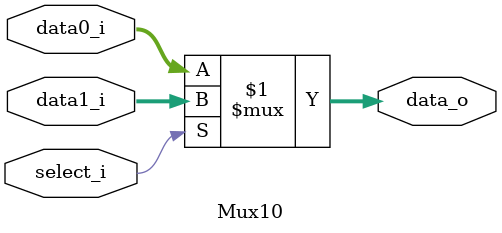
<source format=v>
module Mux10
(
    data0_i,
    data1_i,
    select_i,
    data_o
);

input   [9:0]  data0_i;
input   [9:0]  data1_i;
input          select_i;
output  [9:0]  data_o;

assign data_o = select_i ? data1_i : data0_i;

endmodule

</source>
